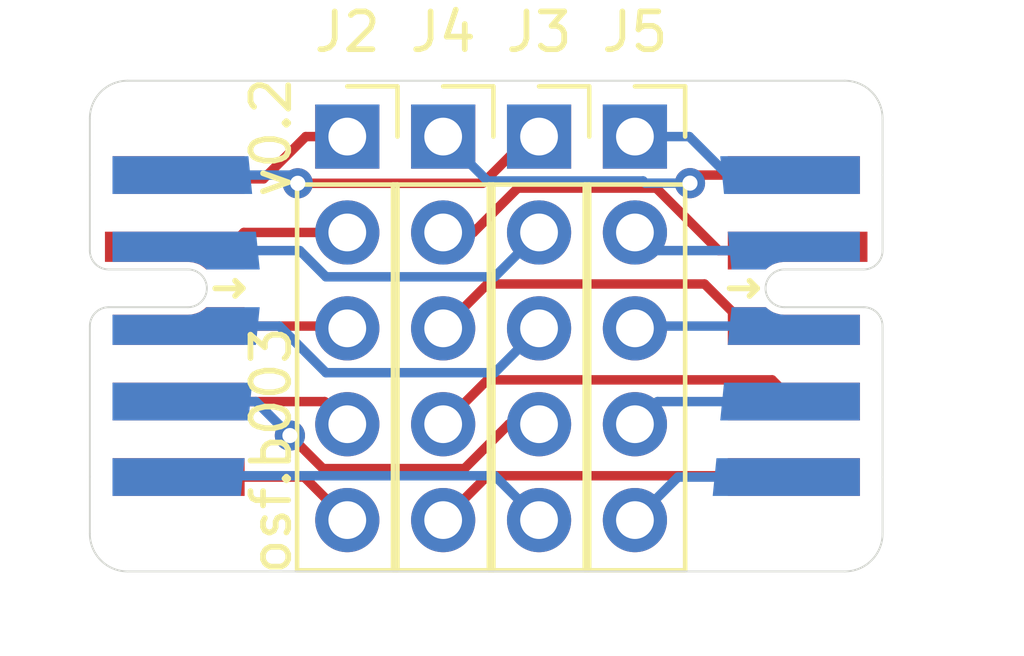
<source format=kicad_pcb>
(kicad_pcb (version 20171130) (host pcbnew "(5.1.10)-1")

  (general
    (thickness 1.6)
    (drawings 12)
    (tracks 68)
    (zones 0)
    (modules 6)
    (nets 21)
  )

  (page A4)
  (layers
    (0 F.Cu signal)
    (1 In1.Cu signal)
    (2 In2.Cu signal)
    (31 B.Cu signal)
    (32 B.Adhes user)
    (33 F.Adhes user)
    (34 B.Paste user)
    (35 F.Paste user)
    (36 B.SilkS user)
    (37 F.SilkS user)
    (38 B.Mask user)
    (39 F.Mask user)
    (40 Dwgs.User user)
    (41 Cmts.User user)
    (42 Eco1.User user)
    (43 Eco2.User user)
    (44 Edge.Cuts user)
    (45 Margin user)
    (46 B.CrtYd user)
    (47 F.CrtYd user)
    (48 B.Fab user)
    (49 F.Fab user)
  )

  (setup
    (last_trace_width 0.25)
    (user_trace_width 0.3)
    (user_trace_width 0.4)
    (trace_clearance 0.2)
    (zone_clearance 0.508)
    (zone_45_only no)
    (trace_min 0.2)
    (via_size 0.8)
    (via_drill 0.4)
    (via_min_size 0.4)
    (via_min_drill 0.3)
    (uvia_size 0.3)
    (uvia_drill 0.1)
    (uvias_allowed no)
    (uvia_min_size 0.2)
    (uvia_min_drill 0.1)
    (edge_width 0.05)
    (segment_width 0.2)
    (pcb_text_width 0.3)
    (pcb_text_size 1.5 1.5)
    (mod_edge_width 0.12)
    (mod_text_size 1 1)
    (mod_text_width 0.15)
    (pad_size 1.524 1.524)
    (pad_drill 0.762)
    (pad_to_mask_clearance 0.051)
    (solder_mask_min_width 0.25)
    (aux_axis_origin 0 0)
    (visible_elements 7FFFFFFF)
    (pcbplotparams
      (layerselection 0x010fc_ffffffff)
      (usegerberextensions false)
      (usegerberattributes false)
      (usegerberadvancedattributes false)
      (creategerberjobfile false)
      (excludeedgelayer true)
      (linewidth 0.100000)
      (plotframeref false)
      (viasonmask false)
      (mode 1)
      (useauxorigin false)
      (hpglpennumber 1)
      (hpglpenspeed 20)
      (hpglpendiameter 15.000000)
      (psnegative false)
      (psa4output false)
      (plotreference true)
      (plotvalue true)
      (plotinvisibletext false)
      (padsonsilk false)
      (subtractmaskfromsilk false)
      (outputformat 1)
      (mirror false)
      (drillshape 0)
      (scaleselection 1)
      (outputdirectory "gerber"))
  )

  (net 0 "")
  (net 1 "Net-(J1-Pad1)")
  (net 2 "Net-(J1-Pad2)")
  (net 3 "Net-(J1-Pad4)")
  (net 4 "Net-(J1-Pad3)")
  (net 5 "Net-(J1-Pad10)")
  (net 6 "Net-(J1-Pad6)")
  (net 7 "Net-(J1-Pad8)")
  (net 8 "Net-(J1-Pad9)")
  (net 9 "Net-(J1-Pad7)")
  (net 10 "Net-(J1-Pad5)")
  (net 11 "Net-(J4-Pad4)")
  (net 12 "Net-(J4-Pad3)")
  (net 13 "Net-(J4-Pad2)")
  (net 14 "Net-(J4-Pad1)")
  (net 15 "Net-(J4-Pad5)")
  (net 16 "Net-(J5-Pad5)")
  (net 17 "Net-(J5-Pad4)")
  (net 18 "Net-(J5-Pad3)")
  (net 19 "Net-(J5-Pad2)")
  (net 20 "Net-(J5-Pad1)")

  (net_class Default "This is the default net class."
    (clearance 0.2)
    (trace_width 0.25)
    (via_dia 0.8)
    (via_drill 0.4)
    (uvia_dia 0.3)
    (uvia_drill 0.1)
    (add_net "Net-(J1-Pad1)")
    (add_net "Net-(J1-Pad10)")
    (add_net "Net-(J1-Pad2)")
    (add_net "Net-(J1-Pad3)")
    (add_net "Net-(J1-Pad4)")
    (add_net "Net-(J1-Pad5)")
    (add_net "Net-(J1-Pad6)")
    (add_net "Net-(J1-Pad7)")
    (add_net "Net-(J1-Pad8)")
    (add_net "Net-(J1-Pad9)")
    (add_net "Net-(J4-Pad1)")
    (add_net "Net-(J4-Pad2)")
    (add_net "Net-(J4-Pad3)")
    (add_net "Net-(J4-Pad4)")
    (add_net "Net-(J4-Pad5)")
    (add_net "Net-(J5-Pad1)")
    (add_net "Net-(J5-Pad2)")
    (add_net "Net-(J5-Pad3)")
    (add_net "Net-(J5-Pad4)")
    (add_net "Net-(J5-Pad5)")
  )

  (module on_edge:on_edge_2x05_host (layer F.Cu) (tedit 607DF692) (tstamp 60249BA1)
    (at 161.5 99 270)
    (path /602592E9)
    (attr virtual)
    (fp_text reference J6 (at 0.05 -3.2 180 unlocked) (layer F.Fab)
      (effects (font (size 0.5 0.5) (thickness 0.125)))
    )
    (fp_text value Conn_01x10_Male (at -1.2 -2 90) (layer F.Fab)
      (effects (font (size 1 1) (thickness 0.15)))
    )
    (fp_line (start 5 -0.5) (end 5 5) (layer B.CrtYd) (width 0.05))
    (fp_line (start -5 -0.5) (end 5 -0.5) (layer B.CrtYd) (width 0.05))
    (fp_line (start -5 5) (end -5 -0.5) (layer B.CrtYd) (width 0.05))
    (fp_line (start 5 5) (end -5 5) (layer B.CrtYd) (width 0.05))
    (fp_line (start -5 -0.5) (end -5 5) (layer F.CrtYd) (width 0.05))
    (fp_line (start 5 -0.5) (end -5 -0.5) (layer F.CrtYd) (width 0.05))
    (fp_line (start 5 5) (end 5 -0.5) (layer F.CrtYd) (width 0.05))
    (fp_line (start -5 5) (end 5 5) (layer F.CrtYd) (width 0.05))
    (fp_line (start 0 0) (end 4 0) (layer Edge.Cuts) (width 0.05))
    (fp_line (start -4 0) (end -2 0) (layer Edge.Cuts) (width 0.05))
    (fp_line (start -0.5 2.6) (end -0.5 0.5) (layer Edge.Cuts) (width 0.05))
    (fp_line (start -1.5 0.5) (end -1.5 2.6) (layer Edge.Cuts) (width 0.05))
    (fp_line (start -1 3.323) (end -1.2 3.523) (layer F.SilkS) (width 0.153))
    (fp_line (start -0.8 3.523) (end -1 3.323) (layer F.SilkS) (width 0.153))
    (fp_line (start -1 4.05) (end -1 3.323) (layer F.SilkS) (width 0.153))
    (fp_arc (start 0 0.5) (end 0 0) (angle -90) (layer Edge.Cuts) (width 0.05))
    (fp_arc (start -2 0.5) (end -1.5 0.5) (angle -90) (layer Edge.Cuts) (width 0.05))
    (fp_arc (start -1 2.6) (end -1.5 2.6) (angle -180) (layer Edge.Cuts) (width 0.05))
    (pad 2 smd custom (at -2 3.6 270) (size 1 1) (layers F.Cu F.Mask)
      (net 13 "Net-(J4-Pad2)") (zone_connect 0)
      (options (clearance outline) (anchor rect))
      (primitives
        (gr_poly (pts
           (xy 0.3 -0.99) (xy 0.31 -0.88) (xy 0.33 -0.8) (xy 0.35 -0.74) (xy 0.37 -0.69)
           (xy 0.4 -0.64) (xy 0.44 -0.58) (xy 0.48 -0.53) (xy 0.5 -0.51) (xy 0.5 0.5)
           (xy -0.5 0.5) (xy -0.5 -3.2) (xy 0.3 -3.2)) (width 0))
      ))
    (pad 3 smd custom (at 0 3.6 270) (size 1 1) (layers F.Cu F.Mask)
      (net 12 "Net-(J4-Pad3)") (zone_connect 0)
      (options (clearance outline) (anchor rect))
      (primitives
        (gr_poly (pts
           (xy -0.3 -0.99) (xy -0.31 -0.88) (xy -0.33 -0.8) (xy -0.35 -0.74) (xy -0.37 -0.69)
           (xy -0.4 -0.64) (xy -0.44 -0.58) (xy -0.48 -0.53) (xy -0.5 -0.51) (xy -0.5 0.5)
           (xy 0.5 0.5) (xy 0.5 -3) (xy -0.3 -3)) (width 0))
      ))
    (pad 8 smd custom (at 0 2.1 90) (size 0.4 0.4) (layers B.Cu B.Mask)
      (net 18 "Net-(J5-Pad3)") (zone_connect 0)
      (options (clearance outline) (anchor rect))
      (primitives
        (gr_poly (pts
           (xy 0.3 -0.51) (xy 0.31 -0.62) (xy 0.33 -0.7) (xy 0.35 -0.76) (xy 0.37 -0.81)
           (xy 0.4 -0.86) (xy 0.44 -0.92) (xy 0.48 -0.97) (xy 0.5 -0.99) (xy 0.5 -1.9)
           (xy -0.5 -2) (xy -0.5 1.5) (xy 0.3 1.5)) (width 0))
      ))
    (pad 7 smd custom (at -2 2.1 90) (size 0.4 0.4) (layers B.Cu B.Mask)
      (net 19 "Net-(J5-Pad2)") (zone_connect 0)
      (options (clearance outline) (anchor rect))
      (primitives
        (gr_poly (pts
           (xy -0.3 -0.51) (xy -0.31 -0.62) (xy -0.33 -0.7) (xy -0.35 -0.76) (xy -0.37 -0.81)
           (xy -0.4 -0.86) (xy -0.44 -0.92) (xy -0.48 -0.97) (xy -0.5 -0.99) (xy -0.5 -1.9)
           (xy 0.5 -2) (xy 0.5 1.5) (xy -0.3 1.5)) (width 0))
      ))
    (pad 4 smd rect (at 2 2.35 270) (size 1 3.5) (layers F.Cu F.Mask)
      (net 11 "Net-(J4-Pad4)") (zone_connect 0))
    (pad 10 smd custom (at 4 2.5 90) (size 1 3.8) (layers B.Cu B.Mask)
      (net 16 "Net-(J5-Pad5)") (zone_connect 0)
      (options (clearance outline) (anchor rect))
      (primitives
        (gr_poly (pts
           (xy 0.5 -1.9) (xy -0.5 -2) (xy -0.5 -1.9)) (width 0))
      ))
    (pad 9 smd custom (at 2 2.4 90) (size 1 3.6) (layers B.Cu B.Mask)
      (net 17 "Net-(J5-Pad4)") (zone_connect 0)
      (options (clearance outline) (anchor rect))
      (primitives
        (gr_poly (pts
           (xy 0.5 -1.8) (xy -0.5 -1.9) (xy -0.5 -1.8)) (width 0))
      ))
    (pad 6 smd custom (at -4 2.4 90) (size 1 3.6) (layers B.Cu B.Mask)
      (net 20 "Net-(J5-Pad1)") (zone_connect 0)
      (options (clearance outline) (anchor rect))
      (primitives
        (gr_poly (pts
           (xy 0.5 -1.8) (xy 0.5 -1.9) (xy -0.5 -1.8)) (width 0))
      ))
    (pad 5 smd rect (at 4 2.35 270) (size 1 3.5) (layers F.Cu F.Mask)
      (net 15 "Net-(J4-Pad5)") (zone_connect 0))
    (pad 1 smd rect (at -4 2.35 270) (size 1 3.5) (layers F.Cu F.Mask)
      (net 14 "Net-(J4-Pad1)") (zone_connect 0))
  )

  (module Connector_PinSocket_2.54mm:PinSocket_1x05_P2.54mm_Vertical (layer F.Cu) (tedit 5A19A420) (tstamp 6024940F)
    (at 154.94 93.98)
    (descr "Through hole straight socket strip, 1x05, 2.54mm pitch, single row (from Kicad 4.0.7), script generated")
    (tags "Through hole socket strip THT 1x05 2.54mm single row")
    (path /60253DD5)
    (fp_text reference J5 (at 0 -2.77) (layer F.SilkS)
      (effects (font (size 1 1) (thickness 0.15)))
    )
    (fp_text value Conn_01x05_Male (at 0 12.93) (layer F.Fab)
      (effects (font (size 1 1) (thickness 0.15)))
    )
    (fp_line (start -1.27 -1.27) (end 0.635 -1.27) (layer F.Fab) (width 0.1))
    (fp_line (start 0.635 -1.27) (end 1.27 -0.635) (layer F.Fab) (width 0.1))
    (fp_line (start 1.27 -0.635) (end 1.27 11.43) (layer F.Fab) (width 0.1))
    (fp_line (start 1.27 11.43) (end -1.27 11.43) (layer F.Fab) (width 0.1))
    (fp_line (start -1.27 11.43) (end -1.27 -1.27) (layer F.Fab) (width 0.1))
    (fp_line (start -1.33 1.27) (end 1.33 1.27) (layer F.SilkS) (width 0.12))
    (fp_line (start -1.33 1.27) (end -1.33 11.49) (layer F.SilkS) (width 0.12))
    (fp_line (start -1.33 11.49) (end 1.33 11.49) (layer F.SilkS) (width 0.12))
    (fp_line (start 1.33 1.27) (end 1.33 11.49) (layer F.SilkS) (width 0.12))
    (fp_line (start 1.33 -1.33) (end 1.33 0) (layer F.SilkS) (width 0.12))
    (fp_line (start 0 -1.33) (end 1.33 -1.33) (layer F.SilkS) (width 0.12))
    (fp_line (start -1.8 -1.8) (end 1.75 -1.8) (layer F.CrtYd) (width 0.05))
    (fp_line (start 1.75 -1.8) (end 1.75 11.9) (layer F.CrtYd) (width 0.05))
    (fp_line (start 1.75 11.9) (end -1.8 11.9) (layer F.CrtYd) (width 0.05))
    (fp_line (start -1.8 11.9) (end -1.8 -1.8) (layer F.CrtYd) (width 0.05))
    (fp_text user %R (at 0 5.08 90) (layer F.Fab)
      (effects (font (size 1 1) (thickness 0.15)))
    )
    (pad 5 thru_hole oval (at 0 10.16) (size 1.7 1.7) (drill 1) (layers *.Cu *.Mask)
      (net 16 "Net-(J5-Pad5)"))
    (pad 4 thru_hole oval (at 0 7.62) (size 1.7 1.7) (drill 1) (layers *.Cu *.Mask)
      (net 17 "Net-(J5-Pad4)"))
    (pad 3 thru_hole oval (at 0 5.08) (size 1.7 1.7) (drill 1) (layers *.Cu *.Mask)
      (net 18 "Net-(J5-Pad3)"))
    (pad 2 thru_hole oval (at 0 2.54) (size 1.7 1.7) (drill 1) (layers *.Cu *.Mask)
      (net 19 "Net-(J5-Pad2)"))
    (pad 1 thru_hole rect (at 0 0) (size 1.7 1.7) (drill 1) (layers *.Cu *.Mask)
      (net 20 "Net-(J5-Pad1)"))
    (model ${KISYS3DMOD}/Connector_PinSocket_2.54mm.3dshapes/PinSocket_1x05_P2.54mm_Vertical.wrl
      (at (xyz 0 0 0))
      (scale (xyz 1 1 1))
      (rotate (xyz 0 0 0))
    )
  )

  (module Connector_PinSocket_2.54mm:PinSocket_1x05_P2.54mm_Vertical (layer F.Cu) (tedit 5A19A420) (tstamp 602493F6)
    (at 149.86 93.98)
    (descr "Through hole straight socket strip, 1x05, 2.54mm pitch, single row (from Kicad 4.0.7), script generated")
    (tags "Through hole socket strip THT 1x05 2.54mm single row")
    (path /60252352)
    (fp_text reference J4 (at 0 -2.77) (layer F.SilkS)
      (effects (font (size 1 1) (thickness 0.15)))
    )
    (fp_text value Conn_01x05_Male (at 0 12.93) (layer F.Fab)
      (effects (font (size 1 1) (thickness 0.15)))
    )
    (fp_line (start -1.27 -1.27) (end 0.635 -1.27) (layer F.Fab) (width 0.1))
    (fp_line (start 0.635 -1.27) (end 1.27 -0.635) (layer F.Fab) (width 0.1))
    (fp_line (start 1.27 -0.635) (end 1.27 11.43) (layer F.Fab) (width 0.1))
    (fp_line (start 1.27 11.43) (end -1.27 11.43) (layer F.Fab) (width 0.1))
    (fp_line (start -1.27 11.43) (end -1.27 -1.27) (layer F.Fab) (width 0.1))
    (fp_line (start -1.33 1.27) (end 1.33 1.27) (layer F.SilkS) (width 0.12))
    (fp_line (start -1.33 1.27) (end -1.33 11.49) (layer F.SilkS) (width 0.12))
    (fp_line (start -1.33 11.49) (end 1.33 11.49) (layer F.SilkS) (width 0.12))
    (fp_line (start 1.33 1.27) (end 1.33 11.49) (layer F.SilkS) (width 0.12))
    (fp_line (start 1.33 -1.33) (end 1.33 0) (layer F.SilkS) (width 0.12))
    (fp_line (start 0 -1.33) (end 1.33 -1.33) (layer F.SilkS) (width 0.12))
    (fp_line (start -1.8 -1.8) (end 1.75 -1.8) (layer F.CrtYd) (width 0.05))
    (fp_line (start 1.75 -1.8) (end 1.75 11.9) (layer F.CrtYd) (width 0.05))
    (fp_line (start 1.75 11.9) (end -1.8 11.9) (layer F.CrtYd) (width 0.05))
    (fp_line (start -1.8 11.9) (end -1.8 -1.8) (layer F.CrtYd) (width 0.05))
    (fp_text user %R (at 0 5.08 90) (layer F.Fab)
      (effects (font (size 1 1) (thickness 0.15)))
    )
    (pad 5 thru_hole oval (at 0 10.16) (size 1.7 1.7) (drill 1) (layers *.Cu *.Mask)
      (net 15 "Net-(J4-Pad5)"))
    (pad 4 thru_hole oval (at 0 7.62) (size 1.7 1.7) (drill 1) (layers *.Cu *.Mask)
      (net 11 "Net-(J4-Pad4)"))
    (pad 3 thru_hole oval (at 0 5.08) (size 1.7 1.7) (drill 1) (layers *.Cu *.Mask)
      (net 12 "Net-(J4-Pad3)"))
    (pad 2 thru_hole oval (at 0 2.54) (size 1.7 1.7) (drill 1) (layers *.Cu *.Mask)
      (net 13 "Net-(J4-Pad2)"))
    (pad 1 thru_hole rect (at 0 0) (size 1.7 1.7) (drill 1) (layers *.Cu *.Mask)
      (net 14 "Net-(J4-Pad1)"))
    (model ${KISYS3DMOD}/Connector_PinSocket_2.54mm.3dshapes/PinSocket_1x05_P2.54mm_Vertical.wrl
      (at (xyz 0 0 0))
      (scale (xyz 1 1 1))
      (rotate (xyz 0 0 0))
    )
  )

  (module Connector_PinSocket_2.54mm:PinSocket_1x05_P2.54mm_Vertical (layer F.Cu) (tedit 5A19A420) (tstamp 602493DD)
    (at 152.4 93.98)
    (descr "Through hole straight socket strip, 1x05, 2.54mm pitch, single row (from Kicad 4.0.7), script generated")
    (tags "Through hole socket strip THT 1x05 2.54mm single row")
    (path /60253690)
    (fp_text reference J3 (at 0 -2.77) (layer F.SilkS)
      (effects (font (size 1 1) (thickness 0.15)))
    )
    (fp_text value Conn_01x05_Male (at 0 12.93) (layer F.Fab)
      (effects (font (size 1 1) (thickness 0.15)))
    )
    (fp_line (start -1.27 -1.27) (end 0.635 -1.27) (layer F.Fab) (width 0.1))
    (fp_line (start 0.635 -1.27) (end 1.27 -0.635) (layer F.Fab) (width 0.1))
    (fp_line (start 1.27 -0.635) (end 1.27 11.43) (layer F.Fab) (width 0.1))
    (fp_line (start 1.27 11.43) (end -1.27 11.43) (layer F.Fab) (width 0.1))
    (fp_line (start -1.27 11.43) (end -1.27 -1.27) (layer F.Fab) (width 0.1))
    (fp_line (start -1.33 1.27) (end 1.33 1.27) (layer F.SilkS) (width 0.12))
    (fp_line (start -1.33 1.27) (end -1.33 11.49) (layer F.SilkS) (width 0.12))
    (fp_line (start -1.33 11.49) (end 1.33 11.49) (layer F.SilkS) (width 0.12))
    (fp_line (start 1.33 1.27) (end 1.33 11.49) (layer F.SilkS) (width 0.12))
    (fp_line (start 1.33 -1.33) (end 1.33 0) (layer F.SilkS) (width 0.12))
    (fp_line (start 0 -1.33) (end 1.33 -1.33) (layer F.SilkS) (width 0.12))
    (fp_line (start -1.8 -1.8) (end 1.75 -1.8) (layer F.CrtYd) (width 0.05))
    (fp_line (start 1.75 -1.8) (end 1.75 11.9) (layer F.CrtYd) (width 0.05))
    (fp_line (start 1.75 11.9) (end -1.8 11.9) (layer F.CrtYd) (width 0.05))
    (fp_line (start -1.8 11.9) (end -1.8 -1.8) (layer F.CrtYd) (width 0.05))
    (fp_text user %R (at 0 5.08 90) (layer F.Fab)
      (effects (font (size 1 1) (thickness 0.15)))
    )
    (pad 5 thru_hole oval (at 0 10.16) (size 1.7 1.7) (drill 1) (layers *.Cu *.Mask)
      (net 5 "Net-(J1-Pad10)"))
    (pad 4 thru_hole oval (at 0 7.62) (size 1.7 1.7) (drill 1) (layers *.Cu *.Mask)
      (net 8 "Net-(J1-Pad9)"))
    (pad 3 thru_hole oval (at 0 5.08) (size 1.7 1.7) (drill 1) (layers *.Cu *.Mask)
      (net 7 "Net-(J1-Pad8)"))
    (pad 2 thru_hole oval (at 0 2.54) (size 1.7 1.7) (drill 1) (layers *.Cu *.Mask)
      (net 9 "Net-(J1-Pad7)"))
    (pad 1 thru_hole rect (at 0 0) (size 1.7 1.7) (drill 1) (layers *.Cu *.Mask)
      (net 6 "Net-(J1-Pad6)"))
    (model ${KISYS3DMOD}/Connector_PinSocket_2.54mm.3dshapes/PinSocket_1x05_P2.54mm_Vertical.wrl
      (at (xyz 0 0 0))
      (scale (xyz 1 1 1))
      (rotate (xyz 0 0 0))
    )
  )

  (module Connector_PinSocket_2.54mm:PinSocket_1x05_P2.54mm_Vertical (layer F.Cu) (tedit 5A19A420) (tstamp 602493C4)
    (at 147.32 93.98)
    (descr "Through hole straight socket strip, 1x05, 2.54mm pitch, single row (from Kicad 4.0.7), script generated")
    (tags "Through hole socket strip THT 1x05 2.54mm single row")
    (path /60252E83)
    (fp_text reference J2 (at 0 -2.77) (layer F.SilkS)
      (effects (font (size 1 1) (thickness 0.15)))
    )
    (fp_text value Conn_01x05_Male (at 0 12.93) (layer F.Fab)
      (effects (font (size 1 1) (thickness 0.15)))
    )
    (fp_line (start -1.27 -1.27) (end 0.635 -1.27) (layer F.Fab) (width 0.1))
    (fp_line (start 0.635 -1.27) (end 1.27 -0.635) (layer F.Fab) (width 0.1))
    (fp_line (start 1.27 -0.635) (end 1.27 11.43) (layer F.Fab) (width 0.1))
    (fp_line (start 1.27 11.43) (end -1.27 11.43) (layer F.Fab) (width 0.1))
    (fp_line (start -1.27 11.43) (end -1.27 -1.27) (layer F.Fab) (width 0.1))
    (fp_line (start -1.33 1.27) (end 1.33 1.27) (layer F.SilkS) (width 0.12))
    (fp_line (start -1.33 1.27) (end -1.33 11.49) (layer F.SilkS) (width 0.12))
    (fp_line (start -1.33 11.49) (end 1.33 11.49) (layer F.SilkS) (width 0.12))
    (fp_line (start 1.33 1.27) (end 1.33 11.49) (layer F.SilkS) (width 0.12))
    (fp_line (start 1.33 -1.33) (end 1.33 0) (layer F.SilkS) (width 0.12))
    (fp_line (start 0 -1.33) (end 1.33 -1.33) (layer F.SilkS) (width 0.12))
    (fp_line (start -1.8 -1.8) (end 1.75 -1.8) (layer F.CrtYd) (width 0.05))
    (fp_line (start 1.75 -1.8) (end 1.75 11.9) (layer F.CrtYd) (width 0.05))
    (fp_line (start 1.75 11.9) (end -1.8 11.9) (layer F.CrtYd) (width 0.05))
    (fp_line (start -1.8 11.9) (end -1.8 -1.8) (layer F.CrtYd) (width 0.05))
    (fp_text user %R (at 0 5.08 90) (layer F.Fab)
      (effects (font (size 1 1) (thickness 0.15)))
    )
    (pad 5 thru_hole oval (at 0 10.16) (size 1.7 1.7) (drill 1) (layers *.Cu *.Mask)
      (net 10 "Net-(J1-Pad5)"))
    (pad 4 thru_hole oval (at 0 7.62) (size 1.7 1.7) (drill 1) (layers *.Cu *.Mask)
      (net 3 "Net-(J1-Pad4)"))
    (pad 3 thru_hole oval (at 0 5.08) (size 1.7 1.7) (drill 1) (layers *.Cu *.Mask)
      (net 4 "Net-(J1-Pad3)"))
    (pad 2 thru_hole oval (at 0 2.54) (size 1.7 1.7) (drill 1) (layers *.Cu *.Mask)
      (net 2 "Net-(J1-Pad2)"))
    (pad 1 thru_hole rect (at 0 0) (size 1.7 1.7) (drill 1) (layers *.Cu *.Mask)
      (net 1 "Net-(J1-Pad1)"))
    (model ${KISYS3DMOD}/Connector_PinSocket_2.54mm.3dshapes/PinSocket_1x05_P2.54mm_Vertical.wrl
      (at (xyz 0 0 0))
      (scale (xyz 1 1 1))
      (rotate (xyz 0 0 0))
    )
  )

  (module on_edge:on_edge_2x05_device (layer F.Cu) (tedit 607DF540) (tstamp 60248E78)
    (at 140.5 99 270)
    (path /602487D2)
    (attr virtual)
    (fp_text reference J1 (at 0 1.2 270 unlocked) (layer F.Fab)
      (effects (font (size 0.5 0.5) (thickness 0.05)))
    )
    (fp_text value Conn_01x10_Male (at 0 2 270 unlocked) (layer F.Fab)
      (effects (font (size 0.5 0.5) (thickness 0.05)))
    )
    (fp_line (start -1.5 -2.6) (end -1.5 -0.5) (layer Edge.Cuts) (width 0.05))
    (fp_line (start -0.5 -0.5) (end -0.5 -2.6) (layer Edge.Cuts) (width 0.05))
    (fp_line (start -1.2 -3.85) (end -1 -4.05) (layer F.SilkS) (width 0.153))
    (fp_line (start -1 -4.05) (end -0.8 -3.85) (layer F.SilkS) (width 0.153))
    (fp_line (start -1 -4.05) (end -1 -3.323) (layer F.SilkS) (width 0.153))
    (fp_line (start -4 0) (end -2 0) (layer Edge.Cuts) (width 0.05))
    (fp_line (start 0 0) (end 4 0) (layer Edge.Cuts) (width 0.05))
    (fp_line (start -5 -5) (end 5 -5) (layer F.CrtYd) (width 0.05))
    (fp_line (start 5 -5) (end 5 0.5) (layer F.CrtYd) (width 0.05))
    (fp_line (start 5 0.5) (end -5 0.5) (layer F.CrtYd) (width 0.05))
    (fp_line (start -5 0.5) (end -5 -5) (layer F.CrtYd) (width 0.05))
    (fp_line (start 5 -5) (end -5 -5) (layer B.CrtYd) (width 0.05))
    (fp_line (start -5 -5) (end -5 0.5) (layer B.CrtYd) (width 0.05))
    (fp_line (start -5 0.5) (end 5 0.5) (layer B.CrtYd) (width 0.05))
    (fp_line (start 5 0.5) (end 5 -5) (layer B.CrtYd) (width 0.05))
    (fp_arc (start -2 -0.5) (end -2 0) (angle -90) (layer Edge.Cuts) (width 0.05))
    (fp_arc (start 0 -0.5) (end -0.5 -0.5) (angle -90) (layer Edge.Cuts) (width 0.05))
    (fp_arc (start -1 -2.6) (end -0.5 -2.6) (angle -180) (layer Edge.Cuts) (width 0.05))
    (pad 2 smd custom (at -2 -3.6 270) (size 1 1) (layers F.Cu F.Mask)
      (net 2 "Net-(J1-Pad2)") (zone_connect 0)
      (options (clearance outline) (anchor rect))
      (primitives
        (gr_poly (pts
           (xy 0.3 1) (xy 0.31 0.89) (xy 0.33 0.81) (xy 0.35 0.75) (xy 0.37 0.7)
           (xy 0.4 0.65) (xy 0.44 0.59) (xy 0.48 0.54) (xy 0.5 0.52) (xy 0.5 -0.5)
           (xy -0.5 -0.5) (xy -0.5 3.2) (xy 0.3 3.2)) (width 0))
      ))
    (pad 3 smd custom (at 0 -3.6 270) (size 1 1) (layers F.Cu F.Mask)
      (net 4 "Net-(J1-Pad3)") (zone_connect 0)
      (options (clearance outline) (anchor rect))
      (primitives
        (gr_poly (pts
           (xy -0.3 1) (xy -0.31 0.89) (xy -0.33 0.81) (xy -0.35 0.75) (xy -0.37 0.7)
           (xy -0.4 0.65) (xy -0.44 0.59) (xy -0.48 0.54) (xy -0.5 0.52) (xy -0.5 -0.5)
           (xy 0.5 -0.5) (xy 0.5 3) (xy -0.3 3)) (width 0))
      ))
    (pad 8 smd custom (at 0 -2.1 270) (size 0.4 0.4) (layers B.Cu B.Mask)
      (net 7 "Net-(J1-Pad8)") (zone_connect 0)
      (options (clearance outline) (anchor rect))
      (primitives
        (gr_poly (pts
           (xy -0.3 -0.51) (xy -0.31 -0.62) (xy -0.33 -0.7) (xy -0.35 -0.76) (xy -0.37 -0.81)
           (xy -0.4 -0.86) (xy -0.44 -0.92) (xy -0.48 -0.97) (xy -0.5 -0.99) (xy -0.5 -2.4)
           (xy 0.5 -2.3) (xy 0.5 1.5) (xy -0.3 1.5)) (width 0))
      ))
    (pad 7 smd custom (at -2 -2.1 270) (size 0.4 0.4) (layers B.Cu B.Mask)
      (net 9 "Net-(J1-Pad7)") (zone_connect 0)
      (options (clearance outline) (anchor rect))
      (primitives
        (gr_poly (pts
           (xy 0.3 -0.51) (xy 0.31 -0.62) (xy 0.33 -0.7) (xy 0.35 -0.76) (xy 0.37 -0.81)
           (xy 0.4 -0.86) (xy 0.44 -0.92) (xy 0.48 -0.97) (xy 0.5 -0.99) (xy 0.5 -2.4)
           (xy -0.5 -2.3) (xy -0.5 1.5) (xy 0.3 1.5)) (width 0))
      ))
    (pad 10 smd custom (at 4 -2.3 270) (size 1 3.4) (layers B.Cu B.Mask)
      (net 5 "Net-(J1-Pad10)") (zone_connect 0)
      (options (clearance outline) (anchor rect))
      (primitives
        (gr_poly (pts
           (xy -0.5 -1.7) (xy -0.5 -1.8) (xy 0.5 -1.7)) (width 0))
      ))
    (pad 9 smd custom (at 2 -2.4 270) (size 1 3.6) (layers B.Cu B.Mask)
      (net 8 "Net-(J1-Pad9)") (zone_connect 0)
      (options (clearance outline) (anchor rect))
      (primitives
        (gr_poly (pts
           (xy -0.5 -1.8) (xy -0.5 -1.9) (xy 0.5 -1.8)) (width 0))
      ))
    (pad 6 smd custom (at -4 -2.4 270) (size 1 3.6) (layers B.Cu B.Mask)
      (net 6 "Net-(J1-Pad6)") (zone_connect 0)
      (options (clearance outline) (anchor rect))
      (primitives
        (gr_poly (pts
           (xy 0.5 -1.8) (xy 0.5 -1.9) (xy -0.5 -1.8)) (width 0))
      ))
    (pad 5 smd rect (at 4 -2.35 90) (size 1 3.5) (layers F.Cu F.Mask)
      (net 10 "Net-(J1-Pad5)") (zone_connect 0))
    (pad 1 smd rect (at -4 -2.35 90) (size 1 3.5) (layers F.Cu F.Mask)
      (net 1 "Net-(J1-Pad1)") (zone_connect 0))
    (pad 4 smd rect (at 2 -2.35 90) (size 1 3.5) (layers F.Cu F.Mask)
      (net 3 "Net-(J1-Pad4)") (zone_connect 0))
  )

  (gr_text v0.2 (at 145.3 94 90) (layer F.SilkS)
    (effects (font (size 1 1) (thickness 0.15)))
  )
  (gr_text osf.b003 (at 145.3 102.3 90) (layer F.SilkS)
    (effects (font (size 1 1) (thickness 0.15)))
  )
  (gr_line (start 161.5 95) (end 161.5 93.5) (layer Edge.Cuts) (width 0.05) (tstamp 60249E70))
  (gr_line (start 160.5 92.5) (end 141.5 92.5) (layer Edge.Cuts) (width 0.05) (tstamp 60249784))
  (gr_line (start 161.5 104.5) (end 161.5 103) (layer Edge.Cuts) (width 0.05) (tstamp 60249783))
  (gr_arc (start 160.5 104.5) (end 160.5 105.5) (angle -90) (layer Edge.Cuts) (width 0.05) (tstamp 60249778))
  (gr_arc (start 160.5 93.5) (end 161.5 93.5) (angle -90) (layer Edge.Cuts) (width 0.05) (tstamp 60249778))
  (gr_arc (start 141.5 93.5) (end 141.5 92.5) (angle -90) (layer Edge.Cuts) (width 0.05) (tstamp 60249771))
  (gr_arc (start 141.5 104.5) (end 140.5 104.5) (angle -90) (layer Edge.Cuts) (width 0.05))
  (gr_line (start 141.5 105.5) (end 160.5 105.5) (layer Edge.Cuts) (width 0.05))
  (gr_line (start 140.5 104.5) (end 140.5 103) (layer Edge.Cuts) (width 0.05))
  (gr_line (start 140.5 95) (end 140.5 93.5) (layer Edge.Cuts) (width 0.05))

  (segment (start 145.1 95.1) (end 142.95 95.1) (width 0.25) (layer F.Cu) (net 1))
  (segment (start 146.22 93.98) (end 145.1 95.1) (width 0.25) (layer F.Cu) (net 1))
  (segment (start 142.95 95.1) (end 142.85 95) (width 0.25) (layer F.Cu) (net 1))
  (segment (start 147.32 93.98) (end 146.22 93.98) (width 0.25) (layer F.Cu) (net 1))
  (segment (start 151.035001 95.155001) (end 155.155001 95.155001) (width 0.25) (layer B.Cu) (net 14))
  (segment (start 149.86 93.98) (end 151.035001 95.155001) (width 0.25) (layer B.Cu) (net 14))
  (segment (start 155.213823 95.213823) (end 156.398144 95.213823) (width 0.25) (layer B.Cu) (net 14))
  (segment (start 155.155001 95.155001) (end 155.213823 95.213823) (width 0.25) (layer B.Cu) (net 14))
  (via (at 156.398144 95.213823) (size 0.8) (drill 0.4) (layers F.Cu B.Cu) (net 14))
  (segment (start 156.611967 95) (end 156.398144 95.213823) (width 0.25) (layer F.Cu) (net 14))
  (segment (start 159.15 95) (end 156.611967 95) (width 0.25) (layer F.Cu) (net 14))
  (segment (start 144.58 96.52) (end 144.1 97) (width 0.25) (layer F.Cu) (net 2))
  (segment (start 147.32 96.52) (end 144.58 96.52) (width 0.25) (layer F.Cu) (net 2))
  (segment (start 146.72 101) (end 147.32 101.6) (width 0.25) (layer F.Cu) (net 3))
  (segment (start 142.85 101) (end 146.72 101) (width 0.25) (layer F.Cu) (net 3))
  (segment (start 147.26 99) (end 147.32 99.06) (width 0.25) (layer F.Cu) (net 4))
  (segment (start 144.1 99) (end 147.26 99) (width 0.25) (layer F.Cu) (net 4))
  (segment (start 156.08 103) (end 154.94 104.14) (width 0.25) (layer B.Cu) (net 16))
  (segment (start 159 103) (end 156.08 103) (width 0.25) (layer B.Cu) (net 16))
  (segment (start 142.835001 102.964999) (end 142.8 103) (width 0.25) (layer B.Cu) (net 5))
  (segment (start 151.224999 102.964999) (end 142.835001 102.964999) (width 0.25) (layer B.Cu) (net 5))
  (segment (start 152.4 104.14) (end 151.224999 102.964999) (width 0.25) (layer B.Cu) (net 5))
  (segment (start 145.789998 95) (end 146.007659 95.217661) (width 0.25) (layer B.Cu) (net 6))
  (via (at 146.007659 95.217661) (size 0.8) (drill 0.4) (layers F.Cu B.Cu) (net 6))
  (segment (start 152.4 93.98) (end 152.145002 93.98) (width 0.25) (layer F.Cu) (net 6))
  (segment (start 152.145002 93.98) (end 150.907341 95.217661) (width 0.25) (layer F.Cu) (net 6))
  (segment (start 150.907341 95.217661) (end 146.007659 95.217661) (width 0.25) (layer F.Cu) (net 6))
  (segment (start 142.9 95) (end 145.789998 95) (width 0.25) (layer B.Cu) (net 6))
  (segment (start 156.38 93.98) (end 154.94 93.98) (width 0.25) (layer B.Cu) (net 20))
  (segment (start 157.4 95) (end 156.38 93.98) (width 0.25) (layer B.Cu) (net 20))
  (segment (start 159.1 95) (end 157.4 95) (width 0.25) (layer B.Cu) (net 20))
  (segment (start 155 99) (end 154.94 99.06) (width 0.25) (layer B.Cu) (net 18))
  (segment (start 159.4 99) (end 155 99) (width 0.25) (layer B.Cu) (net 18))
  (segment (start 151.224999 100.235001) (end 152.4 99.06) (width 0.25) (layer B.Cu) (net 7))
  (segment (start 146.755999 100.235001) (end 151.224999 100.235001) (width 0.25) (layer B.Cu) (net 7))
  (segment (start 145.520998 99) (end 146.755999 100.235001) (width 0.25) (layer B.Cu) (net 7))
  (segment (start 142.6 99) (end 145.520998 99) (width 0.25) (layer B.Cu) (net 7))
  (segment (start 155.54 101) (end 154.94 101.6) (width 0.25) (layer B.Cu) (net 17))
  (segment (start 159.1 101) (end 155.54 101) (width 0.25) (layer B.Cu) (net 17))
  (segment (start 146.675001 102.775001) (end 145.8 101.9) (width 0.25) (layer F.Cu) (net 8))
  (segment (start 150.424001 102.775001) (end 146.675001 102.775001) (width 0.25) (layer F.Cu) (net 8))
  (via (at 145.8 101.9) (size 0.8) (drill 0.4) (layers F.Cu B.Cu) (net 8))
  (segment (start 151.599002 101.6) (end 150.424001 102.775001) (width 0.25) (layer F.Cu) (net 8))
  (segment (start 152.4 101.6) (end 151.599002 101.6) (width 0.25) (layer F.Cu) (net 8))
  (segment (start 144.9 101) (end 142.9 101) (width 0.25) (layer B.Cu) (net 8))
  (segment (start 145.8 101.9) (end 144.9 101) (width 0.25) (layer B.Cu) (net 8))
  (segment (start 155.42 97) (end 154.94 96.52) (width 0.25) (layer B.Cu) (net 19))
  (segment (start 159.4 97) (end 155.42 97) (width 0.25) (layer B.Cu) (net 19))
  (segment (start 151.224999 97.695001) (end 152.4 96.52) (width 0.25) (layer B.Cu) (net 9))
  (segment (start 146.755999 97.695001) (end 151.224999 97.695001) (width 0.25) (layer B.Cu) (net 9))
  (segment (start 146.060998 97) (end 146.755999 97.695001) (width 0.25) (layer B.Cu) (net 9))
  (segment (start 142.6 97) (end 146.060998 97) (width 0.25) (layer B.Cu) (net 9))
  (segment (start 146.18 103) (end 147.32 104.14) (width 0.25) (layer F.Cu) (net 10))
  (segment (start 142.85 103) (end 146.18 103) (width 0.25) (layer F.Cu) (net 10))
  (segment (start 151.035001 100.424999) (end 149.86 101.6) (width 0.25) (layer F.Cu) (net 11))
  (segment (start 158.574999 100.424999) (end 151.035001 100.424999) (width 0.25) (layer F.Cu) (net 11))
  (segment (start 159.15 101) (end 158.574999 100.424999) (width 0.25) (layer F.Cu) (net 11))
  (segment (start 151.035001 102.964999) (end 149.86 104.14) (width 0.25) (layer F.Cu) (net 15))
  (segment (start 159.114999 102.964999) (end 151.035001 102.964999) (width 0.25) (layer F.Cu) (net 15))
  (segment (start 159.15 103) (end 159.114999 102.964999) (width 0.25) (layer F.Cu) (net 15))
  (segment (start 151.035001 97.884999) (end 149.86 99.06) (width 0.25) (layer F.Cu) (net 12))
  (segment (start 156.784999 97.884999) (end 151.035001 97.884999) (width 0.25) (layer F.Cu) (net 12))
  (segment (start 157.9 99) (end 156.784999 97.884999) (width 0.25) (layer F.Cu) (net 12))
  (segment (start 150.660998 96.52) (end 149.86 96.52) (width 0.25) (layer F.Cu) (net 13))
  (segment (start 151.835999 95.344999) (end 150.660998 96.52) (width 0.25) (layer F.Cu) (net 13))
  (segment (start 155.504001 95.344999) (end 151.835999 95.344999) (width 0.25) (layer F.Cu) (net 13))
  (segment (start 157.159002 97) (end 155.504001 95.344999) (width 0.25) (layer F.Cu) (net 13))
  (segment (start 157.9 97) (end 157.159002 97) (width 0.25) (layer F.Cu) (net 13))

)

</source>
